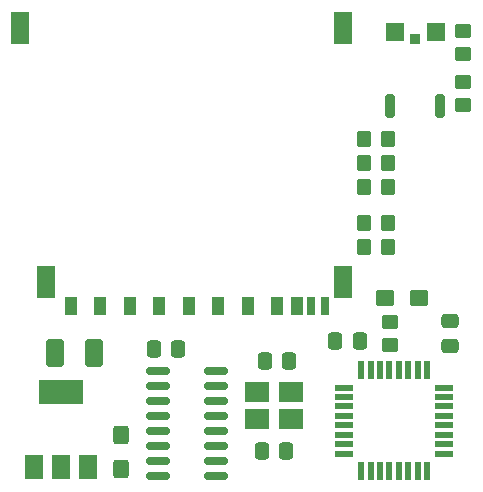
<source format=gbr>
%TF.GenerationSoftware,KiCad,Pcbnew,7.0.9*%
%TF.CreationDate,2023-12-07T13:52:13-06:00*%
%TF.ProjectId,smartportsd-smd,736d6172-7470-46f7-9274-73642d736d64,1.1*%
%TF.SameCoordinates,Original*%
%TF.FileFunction,Paste,Top*%
%TF.FilePolarity,Positive*%
%FSLAX46Y46*%
G04 Gerber Fmt 4.6, Leading zero omitted, Abs format (unit mm)*
G04 Created by KiCad (PCBNEW 7.0.9) date 2023-12-07 13:52:13*
%MOMM*%
%LPD*%
G01*
G04 APERTURE LIST*
G04 Aperture macros list*
%AMRoundRect*
0 Rectangle with rounded corners*
0 $1 Rounding radius*
0 $2 $3 $4 $5 $6 $7 $8 $9 X,Y pos of 4 corners*
0 Add a 4 corners polygon primitive as box body*
4,1,4,$2,$3,$4,$5,$6,$7,$8,$9,$2,$3,0*
0 Add four circle primitives for the rounded corners*
1,1,$1+$1,$2,$3*
1,1,$1+$1,$4,$5*
1,1,$1+$1,$6,$7*
1,1,$1+$1,$8,$9*
0 Add four rect primitives between the rounded corners*
20,1,$1+$1,$2,$3,$4,$5,0*
20,1,$1+$1,$4,$5,$6,$7,0*
20,1,$1+$1,$6,$7,$8,$9,0*
20,1,$1+$1,$8,$9,$2,$3,0*%
G04 Aperture macros list end*
%ADD10R,1.600000X0.550000*%
%ADD11R,0.550000X1.600000*%
%ADD12RoundRect,0.250000X0.425000X-0.537500X0.425000X0.537500X-0.425000X0.537500X-0.425000X-0.537500X0*%
%ADD13RoundRect,0.250000X0.350000X0.450000X-0.350000X0.450000X-0.350000X-0.450000X0.350000X-0.450000X0*%
%ADD14RoundRect,0.250000X0.337500X0.475000X-0.337500X0.475000X-0.337500X-0.475000X0.337500X-0.475000X0*%
%ADD15RoundRect,0.250000X-0.450000X0.350000X-0.450000X-0.350000X0.450000X-0.350000X0.450000X0.350000X0*%
%ADD16RoundRect,0.200000X0.200000X0.800000X-0.200000X0.800000X-0.200000X-0.800000X0.200000X-0.800000X0*%
%ADD17R,2.100000X1.800000*%
%ADD18R,1.500000X2.800000*%
%ADD19R,0.700000X1.500000*%
%ADD20R,1.000000X1.500000*%
%ADD21RoundRect,0.250000X-0.537500X-0.425000X0.537500X-0.425000X0.537500X0.425000X-0.537500X0.425000X0*%
%ADD22R,0.900000X0.900000*%
%ADD23R,1.500000X1.500000*%
%ADD24RoundRect,0.250001X0.499999X0.924999X-0.499999X0.924999X-0.499999X-0.924999X0.499999X-0.924999X0*%
%ADD25RoundRect,0.250000X-0.475000X0.337500X-0.475000X-0.337500X0.475000X-0.337500X0.475000X0.337500X0*%
%ADD26RoundRect,0.250000X0.450000X-0.350000X0.450000X0.350000X-0.450000X0.350000X-0.450000X-0.350000X0*%
%ADD27R,1.500000X2.000000*%
%ADD28R,3.800000X2.000000*%
%ADD29RoundRect,0.150000X-0.825000X-0.150000X0.825000X-0.150000X0.825000X0.150000X-0.825000X0.150000X0*%
G04 APERTURE END LIST*
D10*
%TO.C,U1*%
X162755000Y-115056000D03*
X162755000Y-115856000D03*
X162755000Y-116656000D03*
X162755000Y-117456000D03*
X162755000Y-118256000D03*
X162755000Y-119056000D03*
X162755000Y-119856000D03*
X162755000Y-120656000D03*
D11*
X164205000Y-122106000D03*
X165005000Y-122106000D03*
X165805000Y-122106000D03*
X166605000Y-122106000D03*
X167405000Y-122106000D03*
X168205000Y-122106000D03*
X169005000Y-122106000D03*
X169805000Y-122106000D03*
D10*
X171255000Y-120656000D03*
X171255000Y-119856000D03*
X171255000Y-119056000D03*
X171255000Y-118256000D03*
X171255000Y-117456000D03*
X171255000Y-116656000D03*
X171255000Y-115856000D03*
X171255000Y-115056000D03*
D11*
X169805000Y-113606000D03*
X169005000Y-113606000D03*
X168205000Y-113606000D03*
X167405000Y-113606000D03*
X166605000Y-113606000D03*
X165805000Y-113606000D03*
X165005000Y-113606000D03*
X164205000Y-113606000D03*
%TD*%
D12*
%TO.C,C7*%
X143891000Y-121960500D03*
X143891000Y-119085500D03*
%TD*%
D13*
%TO.C,R6*%
X166481000Y-101092000D03*
X164481000Y-101092000D03*
%TD*%
D14*
%TO.C,C6*%
X148738500Y-111760000D03*
X146663500Y-111760000D03*
%TD*%
D13*
%TO.C,R8*%
X166481000Y-93980000D03*
X164481000Y-93980000D03*
%TD*%
D14*
%TO.C,C2*%
X158136500Y-112776000D03*
X156061500Y-112776000D03*
%TD*%
D15*
%TO.C,R3*%
X172847000Y-84836000D03*
X172847000Y-86836000D03*
%TD*%
%TO.C,R1*%
X166624000Y-109490000D03*
X166624000Y-111490000D03*
%TD*%
D16*
%TO.C,SW1*%
X170883000Y-91186000D03*
X166683000Y-91186000D03*
%TD*%
D17*
%TO.C,Y1*%
X155395000Y-117736000D03*
X158295000Y-117736000D03*
X158295000Y-115436000D03*
X155395000Y-115436000D03*
%TD*%
D13*
%TO.C,R5*%
X166481000Y-98044000D03*
X164481000Y-98044000D03*
%TD*%
D18*
%TO.C,J3*%
X137556000Y-106146000D03*
X162656000Y-106146000D03*
X135356000Y-84646000D03*
X162656000Y-84646000D03*
D19*
X161161000Y-108146000D03*
X159961000Y-108146000D03*
D20*
X139631000Y-108146000D03*
X158761000Y-108146000D03*
X157061000Y-108146000D03*
X154631000Y-108146000D03*
X152131000Y-108146000D03*
X149631000Y-108146000D03*
X147131000Y-108146000D03*
X144631000Y-108146000D03*
X142131000Y-108146000D03*
%TD*%
D21*
%TO.C,C5*%
X166202500Y-107442000D03*
X169077500Y-107442000D03*
%TD*%
D13*
%TO.C,R4*%
X166481000Y-96012000D03*
X164481000Y-96012000D03*
%TD*%
D22*
%TO.C,D1*%
X168783000Y-85513000D03*
D23*
X170533000Y-84963000D03*
X167033000Y-84963000D03*
%TD*%
D24*
%TO.C,C8*%
X141579000Y-112141000D03*
X138329000Y-112141000D03*
%TD*%
D25*
%TO.C,C1*%
X171704000Y-109452500D03*
X171704000Y-111527500D03*
%TD*%
D13*
%TO.C,R7*%
X166481000Y-103124000D03*
X164481000Y-103124000D03*
%TD*%
D26*
%TO.C,R2*%
X172847000Y-91154000D03*
X172847000Y-89154000D03*
%TD*%
D14*
%TO.C,C3*%
X157882500Y-120396000D03*
X155807500Y-120396000D03*
%TD*%
%TO.C,C4*%
X164105500Y-111125000D03*
X162030500Y-111125000D03*
%TD*%
D27*
%TO.C,U3*%
X136511000Y-121768000D03*
X138811000Y-121768000D03*
D28*
X138811000Y-115468000D03*
D27*
X141111000Y-121768000D03*
%TD*%
D29*
%TO.C,U2*%
X147004000Y-113665000D03*
X147004000Y-114935000D03*
X147004000Y-116205000D03*
X147004000Y-117475000D03*
X147004000Y-118745000D03*
X147004000Y-120015000D03*
X147004000Y-121285000D03*
X147004000Y-122555000D03*
X151954000Y-122555000D03*
X151954000Y-121285000D03*
X151954000Y-120015000D03*
X151954000Y-118745000D03*
X151954000Y-117475000D03*
X151954000Y-116205000D03*
X151954000Y-114935000D03*
X151954000Y-113665000D03*
%TD*%
M02*

</source>
